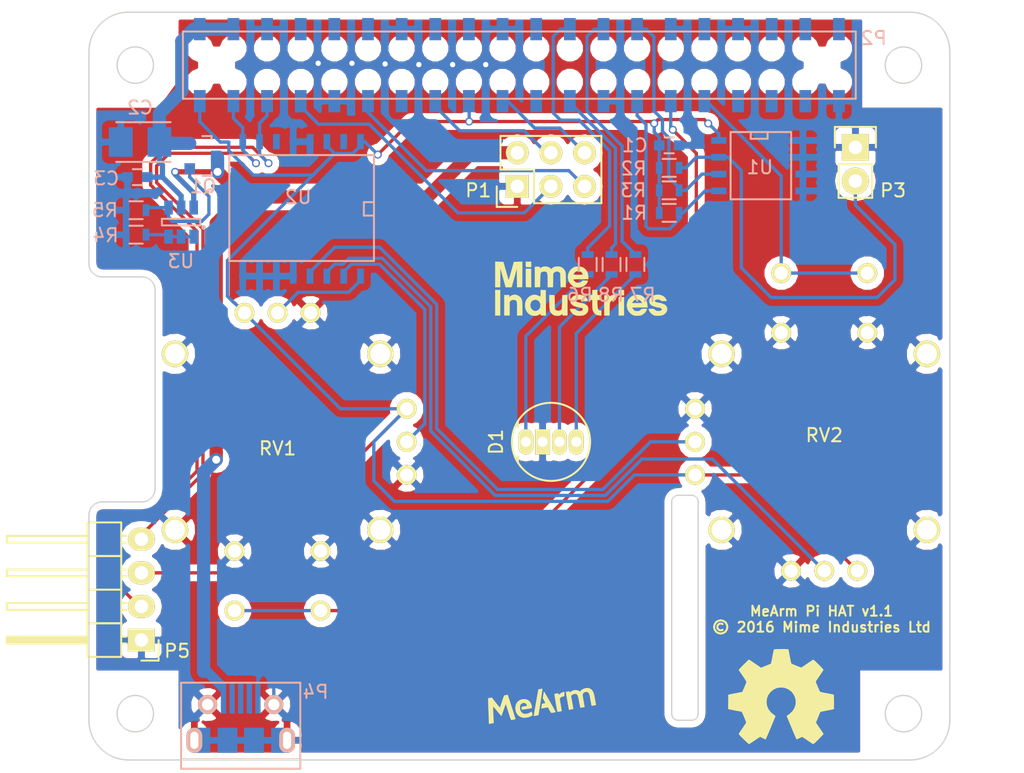
<source format=kicad_pcb>
(kicad_pcb (version 4) (host pcbnew 4.0.4-stable)
  (layers (0 F.Cu signal) (31 B.Cu signal) (34 B.Paste user) (35 F.Paste user) (36 B.SilkS user) (37 F.SilkS user) (38 B.Mask user) (39 F.Mask user) (44 Edge.Cuts user))
  (net 0 "")
  (net 1 GND)
  (net 2 +3V3)
  (net 3 VSS)
  (net 4 BASE_SERVO)
  (net 5 LEFT_SERVO)
  (net 6 RIGHT_SERVO)
  (net 7 GRIP_SERVO)
  (net 8 VCC)
  (net 9 /Joysticks/SDA)
  (net 10 /Joysticks/SCL)
  (net 11 "Net-(P2-Pad8)")
  (net 12 "Net-(P2-Pad10)")
  (net 13 "Net-(P2-Pad12)")
  (net 14 "Net-(P2-Pad13)")
  (net 15 "Net-(P2-Pad16)")
  (net 16 "Net-(P2-Pad18)")
  (net 17 BUTTON1)
  (net 18 "Net-(P2-Pad22)")
  (net 19 BUTTON2)
  (net 20 "Net-(P2-Pad27)")
  (net 21 "Net-(P2-Pad28)")
  (net 22 "Net-(P2-Pad32)")
  (net 23 "Net-(P2-Pad33)")
  (net 24 "Net-(P2-Pad35)")
  (net 25 "Net-(P2-Pad36)")
  (net 26 "Net-(P2-Pad37)")
  (net 27 "Net-(P2-Pad40)")
  (net 28 "Net-(P3-Pad2)")
  (net 29 "Net-(Q1-Pad1)")
  (net 30 "Net-(R4-Pad1)")
  (net 31 "Net-(RV1-Pad2)")
  (net 32 "Net-(RV1-Pad5)")
  (net 33 "Net-(RV2-Pad2)")
  (net 34 "Net-(RV2-Pad5)")
  (net 35 "Net-(U2-Pad11)")
  (net 36 "Net-(U2-Pad15)")
  (net 37 "Net-(P2-Pad21)")
  (net 38 "Net-(P4-Pad3)")
  (net 39 "Net-(P4-Pad2)")
  (net 40 "Net-(P4-Pad4)")
  (net 41 RGB1)
  (net 42 RGB3)
  (net 43 RGB2)
  (net 44 "Net-(D1-Pad1)")
  (net 45 "Net-(D1-Pad3)")
  (net 46 "Net-(D1-Pad4)")
  (module Custom:MIME_LOGO (layer F.Cu) (at 148.95 93.65)
    (fp_text reference ART3 hide)
    (fp_text value LOGO hide)
  )
  (module Custom:OSHW_LOGO (layer F.Cu) (at 166.6 124.45)
    (fp_text reference ART1 hide)
    (fp_text value OSHW-LOGO hide)
  )
  (module Custom:MEARM_LOGO (layer F.Cu) (at 148.55 122.35)
    (fp_text reference ART2 hide)
    (fp_text value LOGO hide)
  )
  (module Capacitors_SMD:C_0603 (layer B.Cu) (at 158.15 82.8 180)
    (fp_text reference C1 (at 2.5908 0 180) (layer B.SilkS) (effects (justify mirror)))
    (fp_text value 0.1uF)
    (pad 1 smd rect (at -0.75 0 180) (size 0.8 0.75) (layers B.Cu B.Paste B.Mask) (net 1 GND))
    (pad 2 smd rect (at 0.75 0 180) (size 0.8 0.75) (layers B.Cu B.Paste B.Mask) (net 2 +3V3))
  )
  (module TO_SOT_Packages_SMD:SOT-23 (layer B.Cu) (at 122.95 83.6 90)
    (fp_text reference Q1 (at -2.3 0 360) (layer B.SilkS) (effects (justify mirror)))
    (fp_text value BSS138)
    (pad 1 smd rect (at -0.95 -1.00076 90) (size 0.8001 0.8001) (layers B.Cu B.Paste B.Mask) (net 29 "Net-(Q1-Pad1)"))
    (pad 2 smd rect (at 0.95 -1.00076 90) (size 0.8001 0.8001) (layers B.Cu B.Paste B.Mask) (net 8 VCC))
    (pad 3 smd rect (at 0 0.99822 90) (size 0.8001 0.8001) (layers B.Cu B.Paste B.Mask) (net 3 VSS))
  )
  (module Resistors_SMD:R_0603 (layer B.Cu) (at 158.15 87.9)
    (fp_text reference R1 (at -2.6416 0) (layer B.SilkS) (effects (justify mirror)))
    (fp_text value 3.9k)
    (pad 1 smd rect (at -0.75 0) (size 0.5 0.9) (layers B.Cu B.Paste B.Mask) (net 2 +3V3))
    (pad 2 smd rect (at 0.75 0) (size 0.5 0.9) (layers B.Cu B.Paste B.Mask) (net 20 "Net-(P2-Pad27)"))
  )
  (module Resistors_SMD:R_0603 (layer B.Cu) (at 158.15 84.5 180)
    (fp_text reference R2 (at 2.6804 -0.0508 180) (layer B.SilkS) (effects (justify mirror)))
    (fp_text value 1k)
    (pad 1 smd rect (at -0.75 0 180) (size 0.5 0.9) (layers B.Cu B.Paste B.Mask) (net 28 "Net-(P3-Pad2)"))
    (pad 2 smd rect (at 0.75 0 180) (size 0.5 0.9) (layers B.Cu B.Paste B.Mask) (net 2 +3V3))
  )
  (module Resistors_SMD:R_0603 (layer B.Cu) (at 158.15 86.2)
    (fp_text reference R3 (at -2.7044 0) (layer B.SilkS) (effects (justify mirror)))
    (fp_text value 3.9k)
    (pad 1 smd rect (at -0.75 0) (size 0.5 0.9) (layers B.Cu B.Paste B.Mask) (net 2 +3V3))
    (pad 2 smd rect (at 0.75 0) (size 0.5 0.9) (layers B.Cu B.Paste B.Mask) (net 21 "Net-(P2-Pad28)"))
  )
  (module Resistors_SMD:R_0603 (layer B.Cu) (at 117.9 89.55 180)
    (fp_text reference R4 (at 2.3 -0.05 180) (layer B.SilkS) (effects (justify mirror)))
    (fp_text value 10k)
    (pad 1 smd rect (at -0.75 0 180) (size 0.5 0.9) (layers B.Cu B.Paste B.Mask) (net 30 "Net-(R4-Pad1)"))
    (pad 2 smd rect (at 0.75 0 180) (size 0.5 0.9) (layers B.Cu B.Paste B.Mask) (net 1 GND))
  )
  (module Resistors_SMD:R_0603 (layer B.Cu) (at 117.9 87.7 180)
    (fp_text reference R5 (at 2.35 0 180) (layer B.SilkS) (effects (justify mirror)))
    (fp_text value 47k)
    (pad 1 smd rect (at -0.75 0 180) (size 0.5 0.9) (layers B.Cu B.Paste B.Mask) (net 29 "Net-(Q1-Pad1)"))
    (pad 2 smd rect (at 0.75 0 180) (size 0.5 0.9) (layers B.Cu B.Paste B.Mask) (net 1 GND))
  )
  (module SMD_Packages:SOIC-8-N (layer B.Cu) (at 165.075 84.335 270)
    (fp_text reference U1 (at 0.127 0.0762 540) (layer B.SilkS) (effects (justify mirror)))
    (fp_text value 24C16)
    (pad 8 smd rect (at -1.905 3.175 270) (size 0.508 1.143) (layers B.Cu B.Paste B.Mask) (net 2 +3V3))
    (pad 7 smd rect (at -0.635 3.175 270) (size 0.508 1.143) (layers B.Cu B.Paste B.Mask) (net 28 "Net-(P3-Pad2)"))
    (pad 6 smd rect (at 0.635 3.175 270) (size 0.508 1.143) (layers B.Cu B.Paste B.Mask) (net 21 "Net-(P2-Pad28)"))
    (pad 5 smd rect (at 1.905 3.175 270) (size 0.508 1.143) (layers B.Cu B.Paste B.Mask) (net 20 "Net-(P2-Pad27)"))
    (pad 4 smd rect (at 1.905 -3.175 270) (size 0.508 1.143) (layers B.Cu B.Paste B.Mask) (net 1 GND))
    (pad 3 smd rect (at 0.635 -3.175 270) (size 0.508 1.143) (layers B.Cu B.Paste B.Mask) (net 1 GND))
    (pad 2 smd rect (at -0.635 -3.175 270) (size 0.508 1.143) (layers B.Cu B.Paste B.Mask) (net 1 GND))
    (pad 1 smd rect (at -1.905 -3.175 270) (size 0.508 1.143) (layers B.Cu B.Paste B.Mask) (net 1 GND))
  )
  (module TO_SOT_Packages_SMD:SOT-23-6 (layer B.Cu) (at 121.3 88.6 90)
    (fp_text reference U3 (at -2.954142 -0.014022 360) (layer B.SilkS) (effects (justify mirror)))
    (fp_text value DMMT5401)
    (pad 1 smd rect (at -1.1 0.95 90) (size 1.06 0.65) (layers B.Cu B.Paste B.Mask) (net 30 "Net-(R4-Pad1)"))
    (pad 2 smd rect (at -1.1 0 90) (size 1.06 0.65) (layers B.Cu B.Paste B.Mask) (net 30 "Net-(R4-Pad1)"))
    (pad 3 smd rect (at -1.1 -0.95 90) (size 1.06 0.65) (layers B.Cu B.Paste B.Mask) (net 30 "Net-(R4-Pad1)"))
    (pad 4 smd rect (at 1.1 -0.95 90) (size 1.06 0.65) (layers B.Cu B.Paste B.Mask) (net 29 "Net-(Q1-Pad1)"))
    (pad 6 smd rect (at 1.1 0.95 90) (size 1.06 0.65) (layers B.Cu B.Paste B.Mask) (net 3 VSS))
    (pad 5 smd rect (at 1.1 0 90) (size 1.06 0.65) (layers B.Cu B.Paste B.Mask) (net 8 VCC))
  )
  (module Pin_Headers:Pin_Header_Straight_2x03 (layer F.Cu) (at 146.682 85.9 90)
    (fp_text reference P1 (at -0.3048 -2.9464 180) (layer F.SilkS))
    (fp_text value CONN_02X03)
    (pad 1 thru_hole rect (at 0 0 90) (size 1.7272 1.7272) (drill 1.016) (layers *.Cu *.Mask F.SilkS) (net 1 GND))
    (pad 2 thru_hole oval (at 2.54 0 90) (size 1.7272 1.7272) (drill 1.016) (layers *.Cu *.Mask F.SilkS) (net 3 VSS))
    (pad 3 thru_hole oval (at 0 2.54 90) (size 1.7272 1.7272) (drill 1.016) (layers *.Cu *.Mask F.SilkS) (net 4 BASE_SERVO))
    (pad 4 thru_hole oval (at 2.54 2.54 90) (size 1.7272 1.7272) (drill 1.016) (layers *.Cu *.Mask F.SilkS) (net 5 LEFT_SERVO))
    (pad 5 thru_hole oval (at 0 5.08 90) (size 1.7272 1.7272) (drill 1.016) (layers *.Cu *.Mask F.SilkS) (net 6 RIGHT_SERVO))
    (pad 6 thru_hole oval (at 2.54 5.08 90) (size 1.7272 1.7272) (drill 1.016) (layers *.Cu *.Mask F.SilkS) (net 7 GRIP_SERVO))
  )
  (module Pin_Headers:Pin_Header_Straight_1x02 (layer F.Cu) (at 172.212 82.9564)
    (fp_text reference P3 (at 2.8448 3.2512 180) (layer F.SilkS))
    (fp_text value CONN_01X02)
    (pad 1 thru_hole rect (at 0 0) (size 2.032 2.032) (drill 1.016) (layers *.Cu *.Mask F.SilkS) (net 1 GND))
    (pad 2 thru_hole oval (at 0 2.54) (size 2.032 2.032) (drill 1.016) (layers *.Cu *.Mask F.SilkS) (net 28 "Net-(P3-Pad2)"))
  )
  (module Capacitors_Tantalum_SMD:TantalC_SizeB_EIA-3528_Reflow (layer B.Cu) (at 118.2 82.55 180)
    (fp_text reference C2 (at 0 2.6 180) (layer B.SilkS) (effects (justify mirror)))
    (fp_text value 100uF)
    (pad 2 smd rect (at 1.46 0 180) (size 1.8 2.23) (layers B.Cu B.Paste B.Mask) (net 1 GND))
    (pad 1 smd rect (at -1.46 0 180) (size 1.8 2.23) (layers B.Cu B.Paste B.Mask) (net 8 VCC))
  )
  (module Capacitors_SMD:C_0603 (layer B.Cu) (at 118 85.2 180)
    (fp_text reference C3 (at 2.35 -0.1 180) (layer B.SilkS) (effects (justify mirror)))
    (fp_text value 0.1uF)
    (pad 1 smd rect (at -0.75 0 180) (size 0.8 0.75) (layers B.Cu B.Paste B.Mask) (net 8 VCC))
    (pad 2 smd rect (at 0.75 0 180) (size 0.8 0.75) (layers B.Cu B.Paste B.Mask) (net 1 GND))
  )
  (module SMD_Packages:SO-16-W (layer B.Cu) (at 130.4 87.6 180)
    (fp_text reference U2 (at 0.254 0.889 180) (layer B.SilkS) (effects (justify mirror)))
    (fp_text value PCF8591)
    (pad 1 smd rect (at -4.445 -5.08 180) (size 0.508 1.143) (layers B.Cu B.Paste B.Mask) (net 31 "Net-(RV1-Pad2)"))
    (pad 2 smd rect (at -3.175 -5.08 180) (size 0.508 1.143) (layers B.Cu B.Paste B.Mask) (net 32 "Net-(RV1-Pad5)"))
    (pad 3 smd rect (at -1.905 -5.08 180) (size 0.508 1.143) (layers B.Cu B.Paste B.Mask) (net 33 "Net-(RV2-Pad2)"))
    (pad 4 smd rect (at -0.635 -5.08 180) (size 0.508 1.143) (layers B.Cu B.Paste B.Mask) (net 34 "Net-(RV2-Pad5)"))
    (pad 5 smd rect (at 0.635 -5.08 180) (size 0.508 1.143) (layers B.Cu B.Paste B.Mask) (net 1 GND))
    (pad 6 smd rect (at 1.905 -5.08 180) (size 0.508 1.143) (layers B.Cu B.Paste B.Mask) (net 1 GND))
    (pad 7 smd rect (at 3.175 -5.08 180) (size 0.508 1.143) (layers B.Cu B.Paste B.Mask) (net 1 GND))
    (pad 8 smd rect (at 4.445 -5.08 180) (size 0.508 1.143) (layers B.Cu B.Paste B.Mask) (net 1 GND))
    (pad 9 smd rect (at 4.445 5.08 180) (size 0.508 1.143) (layers B.Cu B.Paste B.Mask) (net 9 /Joysticks/SDA))
    (pad 10 smd rect (at 3.175 5.08 180) (size 0.508 1.143) (layers B.Cu B.Paste B.Mask) (net 10 /Joysticks/SCL))
    (pad 11 smd rect (at 1.905 5.08 180) (size 0.508 1.143) (layers B.Cu B.Paste B.Mask) (net 35 "Net-(U2-Pad11)"))
    (pad 12 smd rect (at 0.635 5.08 180) (size 0.508 1.143) (layers B.Cu B.Paste B.Mask) (net 1 GND))
    (pad 13 smd rect (at -0.635 5.08 180) (size 0.508 1.143) (layers B.Cu B.Paste B.Mask) (net 1 GND))
    (pad 14 smd rect (at -1.905 5.08 180) (size 0.508 1.143) (layers B.Cu B.Paste B.Mask) (net 2 +3V3))
    (pad 15 smd rect (at -3.175 5.08 180) (size 0.508 1.143) (layers B.Cu B.Paste B.Mask) (net 36 "Net-(U2-Pad15)"))
    (pad 16 smd rect (at -4.445 5.08 180) (size 0.508 1.143) (layers B.Cu B.Paste B.Mask) (net 2 +3V3))
  )
  (module Custom:MOLEX_MICRO_USB_REVERSED (layer B.Cu) (at 125.8 125.05 180)
    (fp_text reference P4 (at -5.65 0.95 180) (layer B.SilkS) (effects (justify mirror)))
    (fp_text value USB_OTG)
    (pad 3 smd rect (at 0 0.5 180) (size 0.4 2.35) (layers B.Cu B.Paste B.Mask) (net 38 "Net-(P4-Pad3)") (clearance 0.1125))
    (pad 2 smd rect (at 0.65 0.5 180) (size 0.4 2.35) (layers B.Cu B.Paste B.Mask) (net 39 "Net-(P4-Pad2)") (clearance 0.1125))
    (pad 1 smd rect (at 1.3 0.5 180) (size 0.4 2.35) (layers B.Cu B.Paste B.Mask) (net 3 VSS) (clearance 0.1125))
    (pad 4 smd rect (at -0.65 0.5 180) (size 0.4 2.35) (layers B.Cu B.Paste B.Mask) (net 40 "Net-(P4-Pad4)") (clearance 0.1125))
    (pad 5 smd rect (at -1.3 0.5 180) (size 0.4 2.35) (layers B.Cu B.Paste B.Mask) (net 1 GND) (clearance 0.1125))
    (pad 6 thru_hole circle (at 2.5 0 180) (size 1.45 1.45) (drill 0.85) (layers *.Cu *.Mask B.SilkS) (net 1 GND))
    (pad 6 thru_hole circle (at -2.5 0 180) (size 1.45 1.45) (drill 0.85) (layers *.Cu *.Mask B.SilkS) (net 1 GND))
    (pad 6 thru_hole oval (at 3.5 -2.7 180) (size 1.2 1.9) (drill oval 0.6 1.3) (layers *.Cu *.Mask B.SilkS) (net 1 GND))
    (pad 6 thru_hole oval (at -3.5 -2.7 180) (size 1.2 1.9) (drill oval 0.6 1.3) (layers *.Cu *.Mask B.SilkS) (net 1 GND))
    (pad 6 smd rect (at 1 -2.7 180) (size 1.5 1.9) (layers B.Cu B.Paste B.Mask) (net 1 GND))
    (pad 6 smd rect (at -1 -2.7 180) (size 1.5 1.9) (layers B.Cu B.Paste B.Mask) (net 1 GND))
    (pad 6 smd rect (at 2.9 -2.7 180) (size 1.2 1.9) (layers B.Cu B.Paste B.Mask) (net 1 GND))
    (pad 6 smd rect (at -2.9 -2.7 180) (size 1.2 1.9) (layers B.Cu B.Paste B.Mask) (net 1 GND))
  )
  (module Custom:02x40-SMD-Socket-Flipped (layer B.Cu) (at 146.84 76.74)
    (fp_text reference P2 (at 26.76 -2.04) (layer B.SilkS) (effects (justify mirror)))
    (fp_text value Raspberry_Pi_+_Conn)
    (pad 1 smd rect (at -24.13 2.72) (size 0.889 1.68) (layers B.Cu B.Paste B.Mask) (net 2 +3V3))
    (pad "" np_thru_hole circle (at 1.27 1.27) (size 0.97 0.97) (drill 0.97) (layers *.Cu *.Mask))
    (pad "" np_thru_hole circle (at 3.81 1.27) (size 0.97 0.97) (drill 0.97) (layers *.Cu *.Mask))
    (pad "" np_thru_hole circle (at 8.89 1.27) (size 0.97 0.97) (drill 0.97) (layers *.Cu *.Mask))
    (pad "" np_thru_hole circle (at 6.35 1.27) (size 0.97 0.97) (drill 0.97) (layers *.Cu *.Mask))
    (pad "" np_thru_hole circle (at 11.43 1.27) (size 0.97 0.97) (drill 0.97) (layers *.Cu *.Mask))
    (pad "" np_thru_hole circle (at 13.97 1.27) (size 0.97 0.97) (drill 0.97) (layers *.Cu *.Mask))
    (pad "" np_thru_hole circle (at 16.51 1.27) (size 0.97 0.97) (drill 0.97) (layers *.Cu *.Mask))
    (pad "" np_thru_hole circle (at 19.05 1.27) (size 0.97 0.97) (drill 0.97) (layers *.Cu *.Mask))
    (pad "" np_thru_hole circle (at 21.59 1.27) (size 0.97 0.97) (drill 0.97) (layers *.Cu *.Mask))
    (pad "" np_thru_hole circle (at 24.13 1.27) (size 0.97 0.97) (drill 0.97) (layers *.Cu *.Mask))
    (pad "" np_thru_hole circle (at 1.27 -1.27) (size 0.97 0.97) (drill 0.97) (layers *.Cu *.Mask))
    (pad "" np_thru_hole circle (at 3.81 -1.27) (size 0.97 0.97) (drill 0.97) (layers *.Cu *.Mask))
    (pad "" np_thru_hole circle (at 6.35 -1.27) (size 0.97 0.97) (drill 0.97) (layers *.Cu *.Mask))
    (pad "" np_thru_hole circle (at 8.89 -1.27) (size 0.97 0.97) (drill 0.97) (layers *.Cu *.Mask))
    (pad "" np_thru_hole circle (at 11.43 -1.27) (size 0.97 0.97) (drill 0.97) (layers *.Cu *.Mask))
    (pad "" np_thru_hole circle (at 13.97 -1.27) (size 0.97 0.97) (drill 0.97) (layers *.Cu *.Mask))
    (pad "" np_thru_hole circle (at 16.51 -1.27) (size 0.97 0.97) (drill 0.97) (layers *.Cu *.Mask))
    (pad "" np_thru_hole circle (at 19.05 -1.27) (size 0.97 0.97) (drill 0.97) (layers *.Cu *.Mask))
    (pad "" np_thru_hole circle (at 21.59 -1.27) (size 0.97 0.97) (drill 0.97) (layers *.Cu *.Mask))
    (pad "" np_thru_hole circle (at 24.13 -1.27) (size 0.97 0.97) (drill 0.97) (layers *.Cu *.Mask))
    (pad "" np_thru_hole circle (at -21.59 -1.27) (size 0.97 0.97) (drill 0.97) (layers *.Cu *.Mask))
    (pad "" np_thru_hole circle (at -24.13 -1.27) (size 0.97 0.97) (drill 0.97) (layers *.Cu *.Mask))
    (pad "" np_thru_hole circle (at -24.13 1.27) (size 0.97 0.97) (drill 0.97) (layers *.Cu *.Mask))
    (pad "" np_thru_hole circle (at -21.59 1.27) (size 0.97 0.97) (drill 0.97) (layers *.Cu *.Mask))
    (pad "" np_thru_hole circle (at -3.81 -1.27) (size 0.97 0.97) (drill 0.97) (layers *.Cu *.Mask))
    (pad "" np_thru_hole circle (at -8.89 1.27) (size 0.97 0.97) (drill 0.97) (layers *.Cu *.Mask))
    (pad "" np_thru_hole circle (at -6.35 1.27) (size 0.97 0.97) (drill 0.97) (layers *.Cu *.Mask))
    (pad "" np_thru_hole circle (at -6.35 -1.27) (size 0.97 0.97) (drill 0.97) (layers *.Cu *.Mask))
    (pad "" np_thru_hole circle (at -3.81 1.27) (size 0.97 0.97) (drill 0.97) (layers *.Cu *.Mask))
    (pad "" np_thru_hole circle (at -1.27 1.27) (size 0.97 0.97) (drill 0.97) (layers *.Cu *.Mask))
    (pad "" np_thru_hole circle (at -1.27 -1.27) (size 0.97 0.97) (drill 0.97) (layers *.Cu *.Mask))
    (pad "" np_thru_hole circle (at -8.89 -1.27) (size 0.97 0.97) (drill 0.97) (layers *.Cu *.Mask))
    (pad "" np_thru_hole circle (at -19.05 -1.27) (size 0.97 0.97) (drill 0.97) (layers *.Cu *.Mask))
    (pad "" np_thru_hole circle (at -16.51 1.27) (size 0.97 0.97) (drill 0.97) (layers *.Cu *.Mask))
    (pad "" np_thru_hole circle (at -19.05 1.27) (size 0.97 0.97) (drill 0.97) (layers *.Cu *.Mask))
    (pad "" np_thru_hole circle (at -11.43 -1.27) (size 0.97 0.97) (drill 0.97) (layers *.Cu *.Mask))
    (pad "" np_thru_hole circle (at -11.43 1.27) (size 0.97 0.97) (drill 0.97) (layers *.Cu *.Mask))
    (pad "" np_thru_hole circle (at -13.97 1.27) (size 0.97 0.97) (drill 0.97) (layers *.Cu *.Mask))
    (pad "" np_thru_hole circle (at -13.97 -1.27) (size 0.97 0.97) (drill 0.97) (layers *.Cu *.Mask))
    (pad "" np_thru_hole circle (at -16.51 -1.27) (size 0.97 0.97) (drill 0.97) (layers *.Cu *.Mask))
    (pad 2 smd rect (at -24.13 -2.72) (size 0.889 1.68) (layers B.Cu B.Paste B.Mask) (net 8 VCC))
    (pad 3 smd rect (at -21.59 2.72) (size 0.889 1.68) (layers B.Cu B.Paste B.Mask) (net 9 /Joysticks/SDA))
    (pad 4 smd rect (at -21.59 -2.72) (size 0.889 1.68) (layers B.Cu B.Paste B.Mask) (net 8 VCC))
    (pad 6 smd rect (at -19.05 -2.72) (size 0.889 1.68) (layers B.Cu B.Paste B.Mask) (net 1 GND))
    (pad 5 smd rect (at -19.05 2.72) (size 0.889 1.68) (layers B.Cu B.Paste B.Mask) (net 10 /Joysticks/SCL))
    (pad 7 smd rect (at -16.51 2.72) (size 0.889 1.68) (layers B.Cu B.Paste B.Mask) (net 4 BASE_SERVO))
    (pad 8 smd rect (at -16.51 -2.72) (size 0.889 1.68) (layers B.Cu B.Paste B.Mask) (net 11 "Net-(P2-Pad8)"))
    (pad 12 smd rect (at -11.43 -2.72) (size 0.889 1.68) (layers B.Cu B.Paste B.Mask) (net 13 "Net-(P2-Pad12)"))
    (pad 16 smd rect (at -6.35 -2.72) (size 0.889 1.68) (layers B.Cu B.Paste B.Mask) (net 15 "Net-(P2-Pad16)"))
    (pad 14 smd rect (at -8.89 -2.72) (size 0.889 1.68) (layers B.Cu B.Paste B.Mask) (net 1 GND))
    (pad 10 smd rect (at -13.97 -2.72) (size 0.889 1.68) (layers B.Cu B.Paste B.Mask) (net 12 "Net-(P2-Pad10)"))
    (pad 13 smd rect (at -8.89 2.72) (size 0.889 1.68) (layers B.Cu B.Paste B.Mask) (net 14 "Net-(P2-Pad13)"))
    (pad 9 smd rect (at -13.97 2.72) (size 0.889 1.68) (layers B.Cu B.Paste B.Mask) (net 1 GND))
    (pad 11 smd rect (at -11.43 2.72) (size 0.889 1.68) (layers B.Cu B.Paste B.Mask) (net 6 RIGHT_SERVO))
    (pad 15 smd rect (at -6.35 2.72) (size 0.889 1.68) (layers B.Cu B.Paste B.Mask) (net 5 LEFT_SERVO))
    (pad 18 smd rect (at -3.81 -2.72) (size 0.889 1.68) (layers B.Cu B.Paste B.Mask) (net 16 "Net-(P2-Pad18)"))
    (pad 20 smd rect (at -1.27 -2.72) (size 0.889 1.68) (layers B.Cu B.Paste B.Mask) (net 1 GND))
    (pad 24 smd rect (at 3.81 -2.72) (size 0.889 1.68) (layers B.Cu B.Paste B.Mask) (net 41 RGB1))
    (pad 22 smd rect (at 1.27 -2.72) (size 0.889 1.68) (layers B.Cu B.Paste B.Mask) (net 18 "Net-(P2-Pad22)"))
    (pad 32 smd rect (at 13.97 -2.72) (size 0.889 1.68) (layers B.Cu B.Paste B.Mask) (net 22 "Net-(P2-Pad32)"))
    (pad 28 smd rect (at 8.89 -2.72) (size 0.889 1.68) (layers B.Cu B.Paste B.Mask) (net 21 "Net-(P2-Pad28)"))
    (pad 30 smd rect (at 11.43 -2.72) (size 0.889 1.68) (layers B.Cu B.Paste B.Mask) (net 1 GND))
    (pad 26 smd rect (at 6.35 -2.72) (size 0.889 1.68) (layers B.Cu B.Paste B.Mask) (net 42 RGB3))
    (pad 23 smd rect (at 3.81 2.72) (size 0.889 1.68) (layers B.Cu B.Paste B.Mask) (net 43 RGB2))
    (pad 21 smd rect (at 1.27 2.72) (size 0.889 1.68) (layers B.Cu B.Paste B.Mask) (net 37 "Net-(P2-Pad21)"))
    (pad 19 smd rect (at -1.27 2.72) (size 0.889 1.68) (layers B.Cu B.Paste B.Mask) (net 7 GRIP_SERVO))
    (pad 17 smd rect (at -3.81 2.72) (size 0.889 1.68) (layers B.Cu B.Paste B.Mask) (net 2 +3V3))
    (pad 27 smd rect (at 8.89 2.72) (size 0.889 1.68) (layers B.Cu B.Paste B.Mask) (net 20 "Net-(P2-Pad27)"))
    (pad 29 smd rect (at 11.43 2.72) (size 0.889 1.68) (layers B.Cu B.Paste B.Mask) (net 17 BUTTON1))
    (pad 25 smd rect (at 6.35 2.72) (size 0.889 1.68) (layers B.Cu B.Paste B.Mask) (net 1 GND))
    (pad 31 smd rect (at 13.97 2.72) (size 0.889 1.68) (layers B.Cu B.Paste B.Mask) (net 19 BUTTON2))
    (pad 38 smd rect (at 21.59 -2.72) (size 0.889 1.68) (layers B.Cu B.Paste B.Mask))
    (pad 40 smd rect (at 24.13 -2.72) (size 0.889 1.68) (layers B.Cu B.Paste B.Mask) (net 27 "Net-(P2-Pad40)"))
    (pad 36 smd rect (at 19.05 -2.72) (size 0.889 1.68) (layers B.Cu B.Paste B.Mask) (net 25 "Net-(P2-Pad36)"))
    (pad 34 smd rect (at 16.51 -2.72) (size 0.889 1.68) (layers B.Cu B.Paste B.Mask) (net 1 GND))
    (pad 35 smd rect (at 19.05 2.72) (size 0.889 1.68) (layers B.Cu B.Paste B.Mask) (net 24 "Net-(P2-Pad35)"))
    (pad 39 smd rect (at 24.13 2.72) (size 0.889 1.68) (layers B.Cu B.Paste B.Mask) (net 1 GND))
    (pad 37 smd rect (at 21.59 2.72) (size 0.889 1.68) (layers B.Cu B.Paste B.Mask) (net 26 "Net-(P2-Pad37)"))
    (pad 33 smd rect (at 16.51 2.72) (size 0.889 1.68) (layers B.Cu B.Paste B.Mask) (net 23 "Net-(P2-Pad33)"))
    (pad "" np_thru_hole circle (at -22.86 0) (size 1.78 1.78) (drill 1.78) (layers *.Cu *.Mask))
    (pad "" np_thru_hole circle (at 22.86 0) (size 1.78 1.78) (drill 1.78) (layers *.Cu *.Mask))
  )
  (module Custom:JOYSTICK (layer F.Cu) (at 128.5845 105.202)
    (fp_text reference RV1 (at 0 0.5) (layer F.SilkS))
    (fp_text value DUAL_POT_JOYSTICK)
    (pad 9 thru_hole circle (at 7.75 -6.65) (size 2 2) (drill 1.5) (layers *.Cu *.Mask F.SilkS) (net 1 GND))
    (pad 9 thru_hole circle (at -7.75 -6.65) (size 2 2) (drill 1.5) (layers *.Cu *.Mask F.SilkS) (net 1 GND))
    (pad 9 thru_hole circle (at -7.75 6.65) (size 2 2) (drill 1.5) (layers *.Cu *.Mask F.SilkS) (net 1 GND))
    (pad 9 thru_hole circle (at 7.75 6.65) (size 2 2) (drill 1.5) (layers *.Cu *.Mask F.SilkS) (net 1 GND))
    (pad 1 thru_hole circle (at -2.5 -9.75) (size 1.5 1.5) (drill 1) (layers *.Cu *.Mask F.SilkS) (net 2 +3V3))
    (pad 2 thru_hole circle (at 0 -9.75) (size 1.5 1.5) (drill 1) (layers *.Cu *.Mask F.SilkS) (net 31 "Net-(RV1-Pad2)"))
    (pad 3 thru_hole circle (at 2.5 -9.75) (size 1.5 1.5) (drill 1) (layers *.Cu *.Mask F.SilkS) (net 1 GND))
    (pad 4 thru_hole circle (at 9.75 -2.5) (size 1.5 1.5) (drill 1) (layers *.Cu *.Mask F.SilkS) (net 2 +3V3))
    (pad 5 thru_hole circle (at 9.75 0) (size 1.5 1.5) (drill 1) (layers *.Cu *.Mask F.SilkS) (net 32 "Net-(RV1-Pad5)"))
    (pad 6 thru_hole circle (at 9.75 2.5) (size 1.5 1.5) (drill 1) (layers *.Cu *.Mask F.SilkS) (net 1 GND))
    (pad 7 thru_hole circle (at -3.25 8.25) (size 1.5 1.5) (drill 1) (layers *.Cu *.Mask F.SilkS) (net 1 GND))
    (pad 7 thru_hole circle (at 3.25 8.25) (size 1.5 1.5) (drill 1) (layers *.Cu *.Mask F.SilkS) (net 1 GND))
    (pad 8 thru_hole circle (at -3.25 12.75) (size 1.5 1.5) (drill 1) (layers *.Cu *.Mask F.SilkS) (net 17 BUTTON1))
    (pad 8 thru_hole circle (at 3.25 12.75) (size 1.5 1.5) (drill 1) (layers *.Cu *.Mask F.SilkS) (net 17 BUTTON1))
  )
  (module Custom:JOYSTICK (layer F.Cu) (at 169.8595 105.202 180)
    (fp_text reference RV2 (at 0 0.5 180) (layer F.SilkS))
    (fp_text value DUAL_POT_JOYSTICK)
    (pad 9 thru_hole circle (at 7.75 -6.65 180) (size 2 2) (drill 1.5) (layers *.Cu *.Mask F.SilkS) (net 1 GND))
    (pad 9 thru_hole circle (at -7.75 -6.65 180) (size 2 2) (drill 1.5) (layers *.Cu *.Mask F.SilkS) (net 1 GND))
    (pad 9 thru_hole circle (at -7.75 6.65 180) (size 2 2) (drill 1.5) (layers *.Cu *.Mask F.SilkS) (net 1 GND))
    (pad 9 thru_hole circle (at 7.75 6.65 180) (size 2 2) (drill 1.5) (layers *.Cu *.Mask F.SilkS) (net 1 GND))
    (pad 1 thru_hole circle (at -2.5 -9.75 180) (size 1.5 1.5) (drill 1) (layers *.Cu *.Mask F.SilkS) (net 2 +3V3))
    (pad 2 thru_hole circle (at 0 -9.75 180) (size 1.5 1.5) (drill 1) (layers *.Cu *.Mask F.SilkS) (net 33 "Net-(RV2-Pad2)"))
    (pad 3 thru_hole circle (at 2.5 -9.75 180) (size 1.5 1.5) (drill 1) (layers *.Cu *.Mask F.SilkS) (net 1 GND))
    (pad 4 thru_hole circle (at 9.75 -2.5 180) (size 1.5 1.5) (drill 1) (layers *.Cu *.Mask F.SilkS) (net 2 +3V3))
    (pad 5 thru_hole circle (at 9.75 0 180) (size 1.5 1.5) (drill 1) (layers *.Cu *.Mask F.SilkS) (net 34 "Net-(RV2-Pad5)"))
    (pad 6 thru_hole circle (at 9.75 2.5 180) (size 1.5 1.5) (drill 1) (layers *.Cu *.Mask F.SilkS) (net 1 GND))
    (pad 7 thru_hole circle (at -3.25 8.25 180) (size 1.5 1.5) (drill 1) (layers *.Cu *.Mask F.SilkS) (net 1 GND))
    (pad 7 thru_hole circle (at 3.25 8.25 180) (size 1.5 1.5) (drill 1) (layers *.Cu *.Mask F.SilkS) (net 1 GND))
    (pad 8 thru_hole circle (at -3.25 12.75 180) (size 1.5 1.5) (drill 1) (layers *.Cu *.Mask F.SilkS) (net 19 BUTTON2))
    (pad 8 thru_hole circle (at 3.25 12.75 180) (size 1.5 1.5) (drill 1) (layers *.Cu *.Mask F.SilkS) (net 19 BUTTON2))
  )
  (module LEDs:LED-RGB-5MM_Common_Cathode (layer F.Cu) (at 147.327 105.202 90)
    (fp_text reference D1 (at 0 -2.25 90) (layer F.SilkS))
    (fp_text value LED_RCBG)
    (pad 1 thru_hole oval (at 0 0 90) (size 1.905 1.1176) (drill 0.762) (layers *.Cu *.Mask F.SilkS) (net 44 "Net-(D1-Pad1)"))
    (pad 2 thru_hole rect (at 0 1.27 90) (size 1.905 1.1176) (drill 0.762) (layers *.Cu *.Mask F.SilkS) (net 1 GND))
    (pad 3 thru_hole oval (at 0 2.54 90) (size 1.905 1.1176) (drill 0.762) (layers *.Cu *.Mask F.SilkS) (net 45 "Net-(D1-Pad3)"))
    (pad 4 thru_hole oval (at 0 3.81 90) (size 1.905 1.1176) (drill 0.762) (layers *.Cu *.Mask F.SilkS) (net 46 "Net-(D1-Pad4)"))
  )
  (module Resistors_SMD:R_0603 (layer B.Cu) (at 152 91.8 270)
    (fp_text reference R6 (at 2.3 0.6 360) (layer B.SilkS) (effects (justify mirror)))
    (fp_text value R)
    (pad 1 smd rect (at -0.75 0 270) (size 0.5 0.9) (layers B.Cu B.Paste B.Mask) (net 41 RGB1))
    (pad 2 smd rect (at 0.75 0 270) (size 0.5 0.9) (layers B.Cu B.Paste B.Mask) (net 44 "Net-(D1-Pad1)"))
  )
  (module Resistors_SMD:R_0603 (layer B.Cu) (at 155.6 91.8 270)
    (fp_text reference R7 (at 2.3 -0.55 360) (layer B.SilkS) (effects (justify mirror)))
    (fp_text value R)
    (pad 1 smd rect (at -0.75 0 270) (size 0.5 0.9) (layers B.Cu B.Paste B.Mask) (net 42 RGB3))
    (pad 2 smd rect (at 0.75 0 270) (size 0.5 0.9) (layers B.Cu B.Paste B.Mask) (net 46 "Net-(D1-Pad4)"))
  )
  (module Resistors_SMD:R_0603 (layer B.Cu) (at 153.8 91.8 270)
    (fp_text reference R8 (at 2.3 0.05 360) (layer B.SilkS) (effects (justify mirror)))
    (fp_text value R)
    (pad 1 smd rect (at -0.75 0 270) (size 0.5 0.9) (layers B.Cu B.Paste B.Mask) (net 43 RGB2))
    (pad 2 smd rect (at 0.75 0 270) (size 0.5 0.9) (layers B.Cu B.Paste B.Mask) (net 45 "Net-(D1-Pad3)"))
  )
  (module Pin_Headers:Pin_Header_Angled_1x04 (layer F.Cu) (at 118.3 120.18 180)
    (fp_text reference P5 (at -2.7 -0.82 180) (layer F.SilkS))
    (fp_text value CONN_01X04)
    (pad 1 thru_hole rect (at 0 0 180) (size 2.032 1.7272) (drill 1.016) (layers *.Cu *.Mask F.SilkS) (net 1 GND))
    (pad 2 thru_hole oval (at 0 2.54 180) (size 2.032 1.7272) (drill 1.016) (layers *.Cu *.Mask F.SilkS) (net 10 /Joysticks/SCL))
    (pad 3 thru_hole oval (at 0 5.08 180) (size 2.032 1.7272) (drill 1.016) (layers *.Cu *.Mask F.SilkS) (net 2 +3V3))
    (pad 4 thru_hole oval (at 0 7.62 180) (size 2.032 1.7272) (drill 1.016) (layers *.Cu *.Mask F.SilkS) (net 9 /Joysticks/SDA))
  )
  (gr_text "MeArm Pi HAT v1.1\n© 2016 Mime Industries Ltd" (at 169.65 118.6) (layer F.SilkS) (effects (font (size 0.75 0.75))))
  (gr_arc (start 118.3395 93.738) (end 119.3395 93.738) (angle -90) (layer Edge.Cuts) (width 0.1))
  (gr_arc (start 115.3395 91.738) (end 114.3395 91.738) (angle -90) (layer Edge.Cuts) (width 0.1))
  (gr_line (start 158.3395 109.738) (end 158.3395 125.738) (layer Edge.Cuts) (width 0.1))
  (gr_line (start 176.3395 129.238) (end 117.3395 129.238) (layer Edge.Cuts) (width 0.1))
  (gr_line (start 118.3395 92.738) (end 115.3395 92.738) (layer Edge.Cuts) (width 0.1))
  (gr_line (start 115.3395 109.738) (end 118.3395 109.738) (layer Edge.Cuts) (width 0.1))
  (gr_line (start 117.3395 72.738) (end 176.3395 72.738) (layer Edge.Cuts) (width 0.1))
  (gr_arc (start 159.8395 125.738) (end 159.8395 126.238) (angle -90) (layer Edge.Cuts) (width 0.1))
  (gr_line (start 114.3395 126.238) (end 114.3395 110.738) (layer Edge.Cuts) (width 0.1))
  (gr_arc (start 118.3395 108.738) (end 118.3395 109.738) (angle -90) (layer Edge.Cuts) (width 0.1))
  (gr_circle (center 117.8395 125.738) (end 119.2145 125.738) (layer Edge.Cuts) (width 0.1))
  (gr_arc (start 117.3395 126.238) (end 114.3395 126.238) (angle -90) (layer Edge.Cuts) (width 0.1))
  (gr_arc (start 115.3395 110.738) (end 115.3395 109.738) (angle -90) (layer Edge.Cuts) (width 0.1))
  (gr_line (start 179.3395 75.738) (end 179.3395 126.238) (layer Edge.Cuts) (width 0.1))
  (gr_line (start 119.3395 108.738) (end 119.3395 93.738) (layer Edge.Cuts) (width 0.1))
  (gr_line (start 158.8395 126.238) (end 159.8395 126.238) (layer Edge.Cuts) (width 0.1))
  (gr_arc (start 117.3395 75.738) (end 117.3395 72.738) (angle -90) (layer Edge.Cuts) (width 0.1))
  (gr_line (start 114.3395 91.738) (end 114.3395 75.738) (layer Edge.Cuts) (width 0.1))
  (gr_arc (start 176.3395 75.738) (end 179.3395 75.738) (angle -90) (layer Edge.Cuts) (width 0.1))
  (gr_arc (start 158.8395 125.738) (end 158.3395 125.738) (angle -90) (layer Edge.Cuts) (width 0.1))
  (gr_arc (start 158.8395 109.738) (end 158.8395 109.238) (angle -90) (layer Edge.Cuts) (width 0.1))
  (gr_circle (center 175.8395 125.738) (end 177.2145 125.738) (layer Edge.Cuts) (width 0.1))
  (gr_line (start 159.8395 109.238) (end 158.8395 109.238) (layer Edge.Cuts) (width 0.1))
  (gr_circle (center 117.8395 76.738) (end 119.2145 76.738) (layer Edge.Cuts) (width 0.1))
  (gr_arc (start 159.8395 109.738) (end 160.3395 109.738) (angle -90) (layer Edge.Cuts) (width 0.1))
  (gr_line (start 160.3395 125.738) (end 160.3395 109.738) (layer Edge.Cuts) (width 0.1))
  (gr_circle (center 175.8395 76.738) (end 177.2145 76.738) (layer Edge.Cuts) (width 0.1))
  (gr_arc (start 176.3395 126.238) (end 176.3395 129.238) (angle -90) (layer Edge.Cuts) (width 0.1))
  (segment (start 145.57 75.47) (end 145.53 75.47) (width 0.25) (layer B.Cu) (net 0))
  (segment (start 150.622 78.232) (end 150.622 78.0415) (width 0.25) (layer B.Cu) (net 0))
  (segment (start 150.622 78.3336) (end 150.622 78.232) (width 0.25) (layer B.Cu) (net 0))
  (segment (start 145.93711 78.0415) (end 145.542 78.0415) (width 0.25) (layer F.Cu) (net 0))
  (segment (start 134.2 76.6) (end 131.65 76.6) (width 0.25) (layer F.Cu) (net 1))
  (via (at 131.65 76.6) (size 0.6) (drill 0.4) (layers F.Cu B.Cu) (net 1))
  (segment (start 136.7 76.65) (end 134.25 76.65) (width 0.25) (layer B.Cu) (net 1))
  (segment (start 134.25 76.65) (end 134.2 76.6) (width 0.25) (layer B.Cu) (net 1))
  (via (at 134.2 76.6) (size 0.6) (drill 0.4) (layers F.Cu B.Cu) (net 1))
  (segment (start 139.25 76.7) (end 136.75 76.7) (width 0.25) (layer F.Cu) (net 1))
  (via (at 136.7 76.65) (size 0.6) (drill 0.4) (layers F.Cu B.Cu) (net 1))
  (segment (start 136.75 76.7) (end 136.7 76.65) (width 0.25) (layer F.Cu) (net 1))
  (segment (start 141.8 76.7) (end 139.25 76.7) (width 0.25) (layer B.Cu) (net 1))
  (via (at 139.25 76.7) (size 0.6) (drill 0.4) (layers F.Cu B.Cu) (net 1))
  (segment (start 144.3 76.7) (end 141.8 76.7) (width 0.25) (layer F.Cu) (net 1))
  (via (at 141.8 76.7) (size 0.6) (drill 0.4) (layers F.Cu B.Cu) (net 1))
  (segment (start 145.57 74.02) (end 144.8755 74.02) (width 0.25) (layer B.Cu) (net 1))
  (segment (start 144.8755 74.02) (end 144.3 74.5955) (width 0.25) (layer B.Cu) (net 1))
  (segment (start 144.3 74.5955) (end 144.3 76.7) (width 0.25) (layer B.Cu) (net 1))
  (via (at 144.3 76.7) (size 0.6) (drill 0.4) (layers F.Cu B.Cu) (net 1))
  (segment (start 127.1 124.55) (end 127.1 123.1) (width 0.25) (layer B.Cu) (net 1))
  (segment (start 127.1 123.1) (end 127.65 122.55) (width 0.25) (layer B.Cu) (net 1))
  (segment (start 127.65 122.55) (end 128.3 123.2) (width 0.25) (layer B.Cu) (net 1))
  (segment (start 128.3 123.2) (end 128.3 125.05) (width 0.25) (layer B.Cu) (net 1))
  (segment (start 122.71 79.46) (end 122.71 81.01) (width 0.25) (layer B.Cu) (net 2))
  (segment (start 124.9 83.2) (end 126.75 85.05) (width 0.25) (layer B.Cu) (net 2))
  (segment (start 122.71 81.01) (end 124.25 82.55) (width 0.25) (layer B.Cu) (net 2))
  (segment (start 124.25 82.55) (end 124.9 82.55) (width 0.25) (layer B.Cu) (net 2))
  (segment (start 124.9 82.55) (end 124.9 83.2) (width 0.25) (layer B.Cu) (net 2))
  (segment (start 126.75 85.05) (end 131.250502 85.05) (width 0.25) (layer B.Cu) (net 2))
  (segment (start 131.250502 85.05) (end 132.884001 83.416501) (width 0.25) (layer B.Cu) (net 2))
  (segment (start 138.3345 102.702) (end 125.9365 115.1) (width 0.25) (layer F.Cu) (net 2))
  (segment (start 125.9365 115.1) (end 118.3 115.1) (width 0.25) (layer F.Cu) (net 2))
  (segment (start 160.1095 107.702) (end 160.1075 107.7) (width 0.25) (layer B.Cu) (net 2))
  (segment (start 160.1075 107.7) (end 155.522822 107.7) (width 0.25) (layer B.Cu) (net 2))
  (segment (start 155.522822 107.7) (end 153.5228 109.700022) (width 0.25) (layer B.Cu) (net 2))
  (segment (start 153.5228 109.700022) (end 137.400022 109.700022) (width 0.25) (layer B.Cu) (net 2))
  (segment (start 135.85 105.1865) (end 137.584501 103.451999) (width 0.25) (layer B.Cu) (net 2))
  (segment (start 137.584501 103.451999) (end 138.3345 102.702) (width 0.25) (layer B.Cu) (net 2))
  (segment (start 137.400022 109.700022) (end 135.85 108.15) (width 0.25) (layer B.Cu) (net 2))
  (segment (start 135.85 108.15) (end 135.85 105.1865) (width 0.25) (layer B.Cu) (net 2))
  (segment (start 160.800001 80.850003) (end 157.312775 80.850003) (width 0.25) (layer F.Cu) (net 2))
  (segment (start 143.05 81) (end 156.877616 81) (width 0.25) (layer F.Cu) (net 2))
  (segment (start 157.020197 81.795197) (end 157.020197 81.142581) (width 0.25) (layer B.Cu) (net 2))
  (segment (start 157.312775 80.850003) (end 157.020197 81.142581) (width 0.25) (layer F.Cu) (net 2))
  (segment (start 161.1 81.150002) (end 160.800001 80.850003) (width 0.25) (layer F.Cu) (net 2))
  (segment (start 157.4 82.175) (end 157.020197 81.795197) (width 0.25) (layer B.Cu) (net 2))
  (segment (start 156.877616 81) (end 157.020197 81.142581) (width 0.25) (layer F.Cu) (net 2))
  (segment (start 157.4 82.8) (end 157.4 82.175) (width 0.25) (layer B.Cu) (net 2))
  (via (at 157.020197 81.142581) (size 0.6) (drill 0.4) (layers F.Cu B.Cu) (net 2))
  (segment (start 157.4 86.2) (end 157.4 87.9) (width 0.25) (layer B.Cu) (net 2))
  (segment (start 157.4 84.5) (end 157.4 86.2) (width 0.25) (layer B.Cu) (net 2))
  (segment (start 157.4 82.8) (end 157.4 84.5) (width 0.25) (layer B.Cu) (net 2))
  (segment (start 161.124002 81.150002) (end 161.1 81.150002) (width 0.25) (layer B.Cu) (net 2))
  (segment (start 161.9 81.926) (end 161.124002 81.150002) (width 0.25) (layer B.Cu) (net 2))
  (segment (start 161.9 82.43) (end 161.9 81.926) (width 0.25) (layer B.Cu) (net 2))
  (via (at 161.1 81.150002) (size 0.6) (drill 0.4) (layers F.Cu B.Cu) (net 2))
  (segment (start 143.05 81) (end 143.05 79.48) (width 0.25) (layer B.Cu) (net 2))
  (segment (start 143.05 79.48) (end 143.03 79.46) (width 0.25) (layer B.Cu) (net 2))
  (segment (start 136.15 83.5) (end 138.65 81) (width 0.25) (layer F.Cu) (net 2))
  (segment (start 138.65 81) (end 143.05 81) (width 0.25) (layer F.Cu) (net 2))
  (via (at 143.05 81) (size 0.6) (drill 0.4) (layers F.Cu B.Cu) (net 2))
  (segment (start 134.845 82.52) (end 135.17 82.52) (width 0.25) (layer B.Cu) (net 2))
  (segment (start 135.17 82.52) (end 136.15 83.5) (width 0.25) (layer B.Cu) (net 2))
  (via (at 136.15 83.5) (size 0.6) (drill 0.4) (layers F.Cu B.Cu) (net 2))
  (segment (start 160.1095 107.702) (end 165.1095 107.702) (width 0.25) (layer F.Cu) (net 2))
  (segment (start 165.1095 107.702) (end 172.3595 114.952) (width 0.25) (layer F.Cu) (net 2))
  (segment (start 126.0845 95.452) (end 133.3345 102.702) (width 0.25) (layer B.Cu) (net 2))
  (segment (start 133.3345 102.702) (end 138.3345 102.702) (width 0.25) (layer B.Cu) (net 2))
  (segment (start 124.8 94.2) (end 124.8 91.500502) (width 0.25) (layer B.Cu) (net 2))
  (segment (start 124.8 91.500502) (end 132.884001 83.416501) (width 0.25) (layer B.Cu) (net 2))
  (segment (start 125.302001 94.702001) (end 124.8 94.2) (width 0.25) (layer B.Cu) (net 2))
  (segment (start 126.0845 95.452) (end 125.334501 94.702001) (width 0.25) (layer B.Cu) (net 2))
  (segment (start 125.334501 94.702001) (end 125.302001 94.702001) (width 0.25) (layer B.Cu) (net 2))
  (segment (start 132.305 82.52) (end 132.305 82.8375) (width 0.25) (layer B.Cu) (net 2))
  (segment (start 132.305 82.8375) (end 132.884001 83.416501) (width 0.25) (layer B.Cu) (net 2))
  (segment (start 132.884001 83.416501) (end 134.265999 83.416501) (width 0.25) (layer B.Cu) (net 2))
  (segment (start 134.265999 83.416501) (end 134.845 82.8375) (width 0.25) (layer B.Cu) (net 2))
  (segment (start 134.845 82.8375) (end 134.845 82.52) (width 0.25) (layer B.Cu) (net 2))
  (segment (start 123.950002 105.984315) (end 123.950002 106.55) (width 1) (layer F.Cu) (net 3))
  (segment (start 125.95 86.7) (end 123.950002 88.699998) (width 1) (layer F.Cu) (net 3))
  (segment (start 123.550003 106.949999) (end 123.950002 106.55) (width 1) (layer B.Cu) (net 3))
  (via (at 123.950002 106.55) (size 0.8) (drill 0.6) (layers F.Cu B.Cu) (net 3))
  (segment (start 123.950002 88.699998) (end 123.950002 105.984315) (width 1) (layer F.Cu) (net 3))
  (segment (start 123 122.55) (end 123 107.500002) (width 1) (layer B.Cu) (net 3))
  (segment (start 123 107.500002) (end 123.550003 106.949999) (width 1) (layer B.Cu) (net 3))
  (segment (start 122.25 87.5) (end 122.25 86.4) (width 0.4) (layer B.Cu) (net 3))
  (segment (start 122.25 86.4) (end 120.85 85) (width 0.4) (layer B.Cu) (net 3))
  (segment (start 120.85 85) (end 120.85 84.8) (width 0.4) (layer B.Cu) (net 3))
  (segment (start 127.55 86.7) (end 125.95 86.7) (width 1) (layer F.Cu) (net 3))
  (segment (start 125.95 86.7) (end 124.05 84.8) (width 1) (layer F.Cu) (net 3))
  (segment (start 139.9 86.7) (end 143.24 83.36) (width 1) (layer F.Cu) (net 3))
  (segment (start 143.24 83.36) (end 146.682 83.36) (width 1) (layer F.Cu) (net 3))
  (segment (start 127.55 86.7) (end 139.9 86.7) (width 1) (layer F.Cu) (net 3))
  (segment (start 123.8 123.35) (end 123 122.55) (width 0.4) (layer B.Cu) (net 3))
  (segment (start 123 122.05) (end 124.5 123.55) (width 0.4) (layer B.Cu) (net 3))
  (segment (start 124.5 123.55) (end 124.5 124.55) (width 0.2) (layer B.Cu) (net 3))
  (segment (start 124.5 124.55) (end 124.5 124.05) (width 0.2) (layer B.Cu) (net 3))
  (segment (start 124.5 124.05) (end 123.8 123.35) (width 0.4) (layer B.Cu) (net 3))
  (segment (start 124.05 84.8) (end 124.05 83.70178) (width 1) (layer B.Cu) (net 3))
  (segment (start 124.05 83.70178) (end 123.94822 83.6) (width 0.4) (layer B.Cu) (net 3))
  (segment (start 120.85 84.8) (end 124.05 84.8) (width 0.4) (layer F.Cu) (net 3))
  (via (at 124.05 84.8) (size 0.8) (drill 0.6) (layers F.Cu B.Cu) (net 3))
  (via (at 120.85 84.8) (size 0.6) (drill 0.4) (layers F.Cu B.Cu) (net 3))
  (segment (start 142.2 87.9) (end 147.222 87.9) (width 0.25) (layer B.Cu) (net 4))
  (segment (start 147.222 87.9) (end 149.222 85.9) (width 0.25) (layer B.Cu) (net 4))
  (segment (start 135.5 81.2) (end 142.2 87.9) (width 0.25) (layer B.Cu) (net 4))
  (segment (start 131.6745 81.2) (end 135.5 81.2) (width 0.25) (layer B.Cu) (net 4))
  (segment (start 130.33 79.46) (end 130.33 79.8555) (width 0.25) (layer B.Cu) (net 4))
  (segment (start 130.33 79.8555) (end 131.6745 81.2) (width 0.25) (layer B.Cu) (net 4))
  (segment (start 140.49 79.46) (end 140.49 79.8555) (width 0.25) (layer B.Cu) (net 5))
  (segment (start 148.55 83.05) (end 148.912 83.05) (width 0.25) (layer B.Cu) (net 5))
  (segment (start 140.49 79.8555) (end 142.3345 81.7) (width 0.25) (layer B.Cu) (net 5))
  (segment (start 142.3345 81.7) (end 147.2 81.7) (width 0.25) (layer B.Cu) (net 5))
  (segment (start 147.2 81.7) (end 148.55 83.05) (width 0.25) (layer B.Cu) (net 5))
  (segment (start 148.912 83.05) (end 149.222 83.36) (width 0.25) (layer B.Cu) (net 5))
  (segment (start 151.762 85.9) (end 150.573399 84.711399) (width 0.25) (layer B.Cu) (net 6))
  (segment (start 150.573399 84.711399) (end 139.811399 84.711399) (width 0.25) (layer B.Cu) (net 6))
  (segment (start 139.811399 84.711399) (end 135.41 80.31) (width 0.25) (layer B.Cu) (net 6))
  (segment (start 135.41 80.31) (end 135.41 79.46) (width 0.25) (layer B.Cu) (net 6))
  (segment (start 151.762 83.36) (end 149.902 81.5) (width 0.25) (layer B.Cu) (net 7))
  (segment (start 149.902 81.5) (end 148 81.5) (width 0.25) (layer B.Cu) (net 7))
  (segment (start 148 81.5) (end 145.96 79.46) (width 0.25) (layer B.Cu) (net 7))
  (segment (start 145.96 79.46) (end 145.57 79.46) (width 0.25) (layer B.Cu) (net 7))
  (segment (start 122.71 74.02) (end 125.25 74.02) (width 1) (layer B.Cu) (net 8))
  (segment (start 119.66 82.55) (end 119.66 84.065) (width 0.4) (layer B.Cu) (net 8))
  (segment (start 119.66 84.065) (end 119.890036 84.295036) (width 0.4) (layer B.Cu) (net 8))
  (segment (start 119.890036 84.295036) (end 119.890036 85.2) (width 0.4) (layer B.Cu) (net 8))
  (segment (start 121.3 86.609964) (end 121.3 87.5) (width 0.4) (layer B.Cu) (net 8))
  (segment (start 119.890036 85.2) (end 121.3 86.609964) (width 0.4) (layer B.Cu) (net 8))
  (segment (start 118.75 85.2) (end 119.890036 85.2) (width 0.4) (layer B.Cu) (net 8))
  (segment (start 122.71 74.02) (end 122.258198 74.02) (width 1) (layer B.Cu) (net 8))
  (segment (start 122.258198 74.02) (end 121.35 74.928198) (width 1) (layer B.Cu) (net 8))
  (segment (start 121.35 74.928198) (end 121.35 78.7) (width 1) (layer B.Cu) (net 8))
  (segment (start 121.35 78.7) (end 119.66 80.39) (width 1) (layer B.Cu) (net 8))
  (segment (start 119.66 80.39) (end 119.66 82.55) (width 1) (layer B.Cu) (net 8))
  (segment (start 121.94924 82.65) (end 119.76 82.65) (width 1) (layer B.Cu) (net 8))
  (segment (start 119.76 82.65) (end 119.66 82.55) (width 1) (layer B.Cu) (net 8))
  (segment (start 118.3 112.56) (end 118.3 112.25) (width 0.25) (layer F.Cu) (net 9))
  (segment (start 118.3 112.25) (end 122.950011 107.599989) (width 0.25) (layer F.Cu) (net 9))
  (segment (start 122.950011 107.599989) (end 122.950011 89.1136) (width 0.25) (layer F.Cu) (net 9))
  (segment (start 122.950011 89.1136) (end 119.450011 85.613601) (width 0.25) (layer F.Cu) (net 9))
  (segment (start 126.2 83.4) (end 126.95 84.15) (width 0.25) (layer F.Cu) (net 9))
  (segment (start 119.450011 85.613601) (end 119.450011 84.349989) (width 0.25) (layer F.Cu) (net 9))
  (segment (start 119.450011 84.349989) (end 120.4 83.4) (width 0.25) (layer F.Cu) (net 9))
  (segment (start 120.4 83.4) (end 126.2 83.4) (width 0.25) (layer F.Cu) (net 9))
  (segment (start 126.95 84.15) (end 125.955 83.155) (width 0.25) (layer B.Cu) (net 9))
  (segment (start 125.955 83.155) (end 125.955 82.52) (width 0.25) (layer B.Cu) (net 9))
  (via (at 126.95 84.15) (size 0.6) (drill 0.4) (layers F.Cu B.Cu) (net 9))
  (segment (start 125.955 81.455) (end 125.25 80.75) (width 0.25) (layer B.Cu) (net 9))
  (segment (start 125.25 80.75) (end 125.25 79.46) (width 0.25) (layer B.Cu) (net 9))
  (segment (start 125.955 82.52) (end 125.955 81.455) (width 0.25) (layer B.Cu) (net 9))
  (segment (start 127.9 84.15) (end 126.699989 82.949989) (width 0.25) (layer F.Cu) (net 10))
  (segment (start 116.25 115.7424) (end 118.1476 117.64) (width 0.25) (layer F.Cu) (net 10))
  (segment (start 126.699989 82.949989) (end 120.200011 82.949989) (width 0.25) (layer F.Cu) (net 10))
  (segment (start 120.200011 82.949989) (end 119 84.15) (width 0.25) (layer F.Cu) (net 10))
  (segment (start 119 84.15) (end 119 85.800001) (width 0.25) (layer F.Cu) (net 10))
  (segment (start 119 85.800001) (end 122.5 89.3) (width 0.25) (layer F.Cu) (net 10))
  (segment (start 117.6 110.7) (end 116.25 112.05) (width 0.25) (layer F.Cu) (net 10))
  (segment (start 122.5 89.3) (end 122.5 107.41359) (width 0.25) (layer F.Cu) (net 10))
  (segment (start 118.1476 117.64) (end 118.3 117.64) (width 0.25) (layer F.Cu) (net 10))
  (segment (start 122.5 107.41359) (end 119.21359 110.7) (width 0.25) (layer F.Cu) (net 10))
  (segment (start 119.21359 110.7) (end 117.6 110.7) (width 0.25) (layer F.Cu) (net 10))
  (segment (start 116.25 112.05) (end 116.25 115.7424) (width 0.25) (layer F.Cu) (net 10))
  (segment (start 127.600001 83.850001) (end 127.9 84.15) (width 0.25) (layer B.Cu) (net 10))
  (segment (start 127.225 83.475) (end 127.600001 83.850001) (width 0.25) (layer B.Cu) (net 10))
  (segment (start 127.225 82.52) (end 127.225 83.475) (width 0.25) (layer B.Cu) (net 10))
  (via (at 127.9 84.15) (size 0.6) (drill 0.4) (layers F.Cu B.Cu) (net 10))
  (segment (start 127.79 79.46) (end 127.79 80.55) (width 0.25) (layer B.Cu) (net 10))
  (segment (start 127.79 80.55) (end 127.225 81.115) (width 0.25) (layer B.Cu) (net 10))
  (segment (start 127.225 81.115) (end 127.225 82.52) (width 0.25) (layer B.Cu) (net 10))
  (segment (start 131.8345 117.952) (end 141.898 117.952) (width 0.25) (layer F.Cu) (net 17))
  (segment (start 141.898 117.952) (end 160.199999 99.650001) (width 0.25) (layer F.Cu) (net 17))
  (segment (start 160.199999 83.399059) (end 158.725949 81.925009) (width 0.25) (layer F.Cu) (net 17))
  (segment (start 160.199999 99.650001) (end 160.199999 83.399059) (width 0.25) (layer F.Cu) (net 17))
  (segment (start 158.725949 81.925009) (end 158.42595 81.62501) (width 0.25) (layer F.Cu) (net 17))
  (segment (start 158.27 79.46) (end 158.27 81.46906) (width 0.25) (layer B.Cu) (net 17))
  (segment (start 158.27 81.46906) (end 158.42595 81.62501) (width 0.25) (layer B.Cu) (net 17))
  (via (at 158.42595 81.62501) (size 0.6) (drill 0.4) (layers F.Cu B.Cu) (net 17))
  (segment (start 131.8345 117.952) (end 130.77384 117.952) (width 0.25) (layer B.Cu) (net 17))
  (segment (start 130.77384 117.952) (end 125.3345 117.952) (width 0.25) (layer B.Cu) (net 17))
  (segment (start 160.81 79.46) (end 160.96 79.46) (width 0.25) (layer B.Cu) (net 19))
  (segment (start 160.96 79.46) (end 166.6095 85.1095) (width 0.25) (layer B.Cu) (net 19))
  (segment (start 166.6095 85.1095) (end 166.6095 91.39134) (width 0.25) (layer B.Cu) (net 19))
  (segment (start 166.6095 91.39134) (end 166.6095 92.452) (width 0.25) (layer B.Cu) (net 19))
  (segment (start 173.1095 92.452) (end 166.6095 92.452) (width 0.25) (layer B.Cu) (net 19))
  (segment (start 158.9 88.4) (end 158.2 89.1) (width 0.25) (layer B.Cu) (net 20))
  (segment (start 158.9 87.9) (end 158.9 88.4) (width 0.25) (layer B.Cu) (net 20))
  (segment (start 158.2 89.1) (end 156.6 89.1) (width 0.25) (layer B.Cu) (net 20))
  (segment (start 155.73 80.55) (end 155.73 79.46) (width 0.25) (layer B.Cu) (net 20))
  (segment (start 156.6 89.1) (end 156.4 88.9) (width 0.25) (layer B.Cu) (net 20))
  (segment (start 156.4 88.9) (end 156.4 81.22) (width 0.25) (layer B.Cu) (net 20))
  (segment (start 156.4 81.22) (end 155.73 80.55) (width 0.25) (layer B.Cu) (net 20))
  (segment (start 158.9 87.9) (end 159.2 87.9) (width 0.25) (layer B.Cu) (net 20))
  (segment (start 159.2 87.9) (end 160.86 86.24) (width 0.25) (layer B.Cu) (net 20))
  (segment (start 160.86 86.24) (end 161.9 86.24) (width 0.25) (layer B.Cu) (net 20))
  (segment (start 157.645198 81.745182) (end 157.645198 80.84258) (width 0.25) (layer B.Cu) (net 21))
  (segment (start 158.125001 82.224985) (end 157.645198 81.745182) (width 0.25) (layer B.Cu) (net 21))
  (segment (start 158.9 86.2) (end 158.9 86) (width 0.25) (layer B.Cu) (net 21))
  (segment (start 158.125001 85.225001) (end 158.125001 82.224985) (width 0.25) (layer B.Cu) (net 21))
  (segment (start 157 80.197382) (end 157 74.5955) (width 0.25) (layer B.Cu) (net 21))
  (segment (start 156.4245 74.02) (end 155.73 74.02) (width 0.25) (layer B.Cu) (net 21))
  (segment (start 157 74.5955) (end 156.4245 74.02) (width 0.25) (layer B.Cu) (net 21))
  (segment (start 157.645198 80.84258) (end 157 80.197382) (width 0.25) (layer B.Cu) (net 21))
  (segment (start 158.9 86) (end 158.125001 85.225001) (width 0.25) (layer B.Cu) (net 21))
  (segment (start 158.9 86.2) (end 159.4 86.2) (width 0.25) (layer B.Cu) (net 21))
  (segment (start 159.4 86.2) (end 160.63 84.97) (width 0.25) (layer B.Cu) (net 21))
  (segment (start 160.63 84.97) (end 161.0785 84.97) (width 0.25) (layer B.Cu) (net 21))
  (segment (start 161.0785 84.97) (end 161.9 84.97) (width 0.25) (layer B.Cu) (net 21))
  (segment (start 172.212 85.4964) (end 172.212 87.312) (width 0.25) (layer B.Cu) (net 28))
  (segment (start 172.212 87.312) (end 175.2 90.3) (width 0.25) (layer B.Cu) (net 28))
  (segment (start 175.2 90.3) (end 175.2 92.95) (width 0.25) (layer B.Cu) (net 28))
  (segment (start 175.2 92.95) (end 173.85 94.3) (width 0.25) (layer B.Cu) (net 28))
  (segment (start 173.85 94.3) (end 165.85 94.3) (width 0.25) (layer B.Cu) (net 28))
  (segment (start 165.85 94.3) (end 163.6 92.05) (width 0.25) (layer B.Cu) (net 28))
  (segment (start 163.6 92.05) (end 163.6 84.7) (width 0.25) (layer B.Cu) (net 28))
  (segment (start 163.6 84.7) (end 162.6 83.7) (width 0.25) (layer B.Cu) (net 28))
  (segment (start 162.6 83.7) (end 161.9 83.7) (width 0.25) (layer B.Cu) (net 28))
  (segment (start 158.9 84.5) (end 159.4 84.5) (width 0.25) (layer B.Cu) (net 28))
  (segment (start 159.4 84.5) (end 160.2 83.7) (width 0.25) (layer B.Cu) (net 28))
  (segment (start 160.2 83.7) (end 161.0785 83.7) (width 0.25) (layer B.Cu) (net 28))
  (segment (start 161.0785 83.7) (end 161.9 83.7) (width 0.25) (layer B.Cu) (net 28))
  (segment (start 120.35 87.5) (end 120.35 88.28) (width 0.25) (layer B.Cu) (net 29))
  (segment (start 120.35 88.28) (end 120.62 88.55) (width 0.25) (layer B.Cu) (net 29))
  (segment (start 122.85 88.55) (end 123.4 88) (width 0.25) (layer B.Cu) (net 29))
  (segment (start 120.62 88.55) (end 122.85 88.55) (width 0.25) (layer B.Cu) (net 29))
  (segment (start 121.94924 85.20005) (end 121.94924 84.55) (width 0.25) (layer B.Cu) (net 29))
  (segment (start 123.4 88) (end 123.4 86.65081) (width 0.25) (layer B.Cu) (net 29))
  (segment (start 123.4 86.65081) (end 121.94924 85.20005) (width 0.25) (layer B.Cu) (net 29))
  (segment (start 120.35 87.5) (end 118.85 87.5) (width 0.25) (layer B.Cu) (net 29))
  (segment (start 118.85 87.5) (end 118.65 87.7) (width 0.25) (layer B.Cu) (net 29))
  (segment (start 121.3 89.7) (end 122.25 89.7) (width 0.25) (layer B.Cu) (net 30))
  (segment (start 120.35 89.7) (end 121.3 89.7) (width 0.25) (layer B.Cu) (net 30))
  (segment (start 118.65 89.55) (end 120.2 89.55) (width 0.25) (layer B.Cu) (net 30))
  (segment (start 120.2 89.55) (end 120.35 89.7) (width 0.25) (layer B.Cu) (net 30))
  (segment (start 128.5845 95.452) (end 130.1365 93.9) (width 0.25) (layer B.Cu) (net 31))
  (segment (start 130.1365 93.9) (end 133.9425 93.9) (width 0.25) (layer B.Cu) (net 31))
  (segment (start 133.9425 93.9) (end 134.845 92.9975) (width 0.25) (layer B.Cu) (net 31))
  (segment (start 134.845 92.9975) (end 134.845 92.68) (width 0.25) (layer B.Cu) (net 31))
  (segment (start 133.575 92.68) (end 133.575 92.3625) (width 0.25) (layer B.Cu) (net 32))
  (segment (start 133.575 92.3625) (end 134.154001 91.783499) (width 0.25) (layer B.Cu) (net 32))
  (segment (start 136.283499 91.783499) (end 139.7 95.2) (width 0.25) (layer B.Cu) (net 32))
  (segment (start 139.7 95.2) (end 139.7 103.8365) (width 0.25) (layer B.Cu) (net 32))
  (segment (start 139.7 103.8365) (end 139.084499 104.452001) (width 0.25) (layer B.Cu) (net 32))
  (segment (start 134.154001 91.783499) (end 136.283499 91.783499) (width 0.25) (layer B.Cu) (net 32))
  (segment (start 139.084499 104.452001) (end 138.3345 105.202) (width 0.25) (layer B.Cu) (net 32))
  (segment (start 169.8595 114.952) (end 161.4075 106.5) (width 0.25) (layer B.Cu) (net 33))
  (segment (start 161.4075 106.5) (end 156.086411 106.5) (width 0.25) (layer B.Cu) (net 33))
  (segment (start 156.086411 106.5) (end 153.3364 109.250011) (width 0.25) (layer B.Cu) (net 33))
  (segment (start 136.48349 91.33349) (end 133.9676 91.33349) (width 0.25) (layer B.Cu) (net 33))
  (segment (start 133.517592 91.783499) (end 132.884001 91.783499) (width 0.25) (layer B.Cu) (net 33))
  (segment (start 153.3364 109.250011) (end 145.0136 109.250011) (width 0.25) (layer B.Cu) (net 33))
  (segment (start 145.0136 109.250011) (end 140.150009 104.38642) (width 0.25) (layer B.Cu) (net 33))
  (segment (start 132.305 92.3625) (end 132.305 92.68) (width 0.25) (layer B.Cu) (net 33))
  (segment (start 140.150009 104.38642) (end 140.150009 95.000009) (width 0.25) (layer B.Cu) (net 33))
  (segment (start 140.150009 95.000009) (end 136.48349 91.33349) (width 0.25) (layer B.Cu) (net 33))
  (segment (start 133.9676 91.33349) (end 133.517592 91.783499) (width 0.25) (layer B.Cu) (net 33))
  (segment (start 132.884001 91.783499) (end 132.305 92.3625) (width 0.25) (layer B.Cu) (net 33))
  (segment (start 132.897522 90.499978) (end 131.035 92.3625) (width 0.25) (layer B.Cu) (net 34))
  (segment (start 153.15 108.8) (end 145.2 108.8) (width 0.25) (layer B.Cu) (net 34))
  (segment (start 136.286389 90.499978) (end 132.897522 90.499978) (width 0.25) (layer B.Cu) (net 34))
  (segment (start 160.1095 105.202) (end 156.748 105.202) (width 0.25) (layer B.Cu) (net 34))
  (segment (start 156.748 105.202) (end 153.15 108.8) (width 0.25) (layer B.Cu) (net 34))
  (segment (start 145.2 108.8) (end 140.60002 104.20002) (width 0.25) (layer B.Cu) (net 34))
  (segment (start 140.60002 104.20002) (end 140.60002 94.813609) (width 0.25) (layer B.Cu) (net 34))
  (segment (start 140.60002 94.813609) (end 136.286389 90.499978) (width 0.25) (layer B.Cu) (net 34))
  (segment (start 131.035 92.3625) (end 131.035 92.68) (width 0.25) (layer B.Cu) (net 34))
  (segment (start 153.649978 83.199978) (end 153.649978 88.900022) (width 0.25) (layer B.Cu) (net 41))
  (segment (start 153.649978 88.900022) (end 152 90.55) (width 0.25) (layer B.Cu) (net 41))
  (segment (start 152 90.55) (end 152 91.05) (width 0.25) (layer B.Cu) (net 41))
  (segment (start 149.4 74.5755) (end 149.9555 74.02) (width 0.25) (layer B.Cu) (net 41))
  (segment (start 149.9555 74.02) (end 150.65 74.02) (width 0.25) (layer B.Cu) (net 41))
  (segment (start 149.4 80.35) (end 149.4 74.5755) (width 0.25) (layer B.Cu) (net 41))
  (segment (start 149.95 80.9) (end 149.4 80.35) (width 0.25) (layer B.Cu) (net 41))
  (segment (start 151.35 80.9) (end 149.95 80.9) (width 0.25) (layer B.Cu) (net 41))
  (segment (start 153.649978 83.199978) (end 151.35 80.9) (width 0.25) (layer B.Cu) (net 41))
  (segment (start 153.19 74.02) (end 152.4955 74.02) (width 0.25) (layer B.Cu) (net 42))
  (segment (start 152.4955 74.02) (end 151.95 74.5655) (width 0.25) (layer B.Cu) (net 42))
  (segment (start 151.95 74.5655) (end 151.95 80.2) (width 0.25) (layer B.Cu) (net 42))
  (segment (start 151.95 80.2) (end 154.6 82.85) (width 0.25) (layer B.Cu) (net 42))
  (segment (start 154.6 82.85) (end 154.6 90.05) (width 0.25) (layer B.Cu) (net 42))
  (segment (start 154.6 90.05) (end 155.6 91.05) (width 0.25) (layer B.Cu) (net 42))
  (segment (start 154.099989 83.013578) (end 154.099989 90.250011) (width 0.25) (layer B.Cu) (net 43))
  (segment (start 154.099989 90.250011) (end 153.8 90.55) (width 0.25) (layer B.Cu) (net 43))
  (segment (start 153.8 90.55) (end 153.8 91.05) (width 0.25) (layer B.Cu) (net 43))
  (segment (start 150.65 79.563589) (end 150.65 79.46) (width 0.25) (layer B.Cu) (net 43))
  (segment (start 154.099989 83.013578) (end 150.65 79.563589) (width 0.25) (layer B.Cu) (net 43))
  (segment (start 150.65 80) (end 150.65 79.46) (width 0.25) (layer B.Cu) (net 43))
  (segment (start 147.327 97.223) (end 152 92.55) (width 0.25) (layer B.Cu) (net 44))
  (segment (start 147.327 105.15) (end 147.327 97.223) (width 0.25) (layer B.Cu) (net 44))
  (segment (start 149.867 105.15) (end 149.867 96.533) (width 0.25) (layer B.Cu) (net 45))
  (segment (start 149.867 96.533) (end 153.8 92.6) (width 0.25) (layer B.Cu) (net 45))
  (segment (start 153.8 92.6) (end 153.8 92.55) (width 0.25) (layer B.Cu) (net 45))
  (segment (start 151.137 97.013) (end 155.6 92.55) (width 0.25) (layer B.Cu) (net 46))
  (segment (start 151.137 105.15) (end 151.137 97.013) (width 0.25) (layer B.Cu) (net 46))
  (zone (net 1) (net_name GND) (layer F.Cu) (connect_pads (clearance 0.508)) (min_thickness 0.254) (fill yes (arc_segments 16) (thermal_gap 0.508) (thermal_bridge_width 0.508))
    (polygon (pts (xy 113.0935 71.8185) (xy 180.4035 71.8185) (xy 180.34 130.2385) (xy 113.0935 130.2385)))
  )
  (zone (net 1) (net_name GND) (layer B.Cu) (connect_pads (clearance 0.508)) (min_thickness 0.254) (fill yes (arc_segments 16) (thermal_gap 0.508) (thermal_bridge_width 0.508))
    (polygon (pts (xy 113.0935 71.8185) (xy 180.4035 71.8185) (xy 180.34 130.2385) (xy 113.0935 130.2385)))
  )
  (zone (net 0) (net_name "") (layer F.Cu) (connect_pads (clearance 0.508)) (min_thickness 0.254)
    (keepout (tracks not_allowed) (vias not_allowed) (copperpour not_allowed))
    (fill yes (arc_segments 16) (thermal_gap 0.508) (thermal_bridge_width 0.508))
    (polygon (pts (xy 172.72 72.136) (xy 172.72 79.9592) (xy 180.848 79.9592) (xy 180.848 72.136)))
  )
  (zone (net 0) (net_name "") (layer B.Cu) (connect_pads (clearance 0.508)) (min_thickness 0.254)
    (keepout (tracks not_allowed) (vias not_allowed) (copperpour not_allowed))
    (fill yes (arc_segments 16) (thermal_gap 0.508) (thermal_bridge_width 0.508))
    (polygon (pts (xy 172.72 72.136) (xy 172.72 79.9592) (xy 180.848 79.9592) (xy 180.848 72.136)))
  )
  (zone (net 0) (net_name "") (layer F.Cu) (connect_pads (clearance 0.508)) (min_thickness 0.254)
    (keepout (tracks not_allowed) (vias not_allowed) (copperpour not_allowed))
    (fill yes (arc_segments 16) (thermal_gap 0.508) (thermal_bridge_width 0.508))
    (polygon (pts (xy 172.5676 122.4788) (xy 172.5676 129.6416) (xy 180.1368 129.6416) (xy 180.1368 122.4788)))
  )
  (zone (net 0) (net_name "") (layer F.Cu) (connect_pads (clearance 0.508)) (min_thickness 0.254)
    (keepout (tracks not_allowed) (vias not_allowed) (copperpour not_allowed))
    (fill yes (arc_segments 16) (thermal_gap 0.508) (thermal_bridge_width 0.508))
    (polygon (pts (xy 113.792 122.4788) (xy 113.792 129.4384) (xy 121.1072 129.4384) (xy 121.1072 122.4788)))
  )
  (zone (net 0) (net_name "") (layer F.Cu) (connect_pads (clearance 0.508)) (min_thickness 0.254)
    (keepout (tracks not_allowed) (vias not_allowed) (copperpour not_allowed))
    (fill yes (arc_segments 16) (thermal_gap 0.508) (thermal_bridge_width 0.508))
    (polygon (pts (xy 121.1072 72.9996) (xy 121.1072 77.8764) (xy 119.5832 79.9592) (xy 114.046 79.9592) (xy 114.046 72.39) (xy 121.1072 72.39)))
  )
  (zone (net 0) (net_name "") (layer B.Cu) (connect_pads (clearance 0.508)) (min_thickness 0.254)
    (keepout (tracks not_allowed) (vias not_allowed) (copperpour not_allowed))
    (fill yes (arc_segments 16) (thermal_gap 0.508) (thermal_bridge_width 0.508))
    (polygon (pts (xy 120.7072 73.1996) (xy 120.7072 78.0764) (xy 119.1832 80.1592) (xy 113.646 80.1592) (xy 113.646 72.59) (xy 120.7072 72.59)))
  )
  (zone (net 0) (net_name "") (layer B.Cu) (connect_pads (clearance 0.508)) (min_thickness 0.254)
    (keepout (tracks not_allowed) (vias not_allowed) (copperpour not_allowed))
    (fill yes (arc_segments 16) (thermal_gap 0.508) (thermal_bridge_width 0.508))
    (polygon (pts (xy 113.792 122.4788) (xy 113.792 129.4384) (xy 121.1072 129.4384) (xy 121.1072 122.4788)))
  )
  (zone (net 0) (net_name "") (layer B.Cu) (connect_pads (clearance 0.508)) (min_thickness 0.254)
    (keepout (tracks not_allowed) (vias not_allowed) (copperpour not_allowed))
    (fill yes (arc_segments 16) (thermal_gap 0.508) (thermal_bridge_width 0.508))
    (polygon (pts (xy 172.5676 122.4788) (xy 172.5676 129.6416) (xy 180.1368 129.6416) (xy 180.1368 122.4788)))
  )
)
</source>
